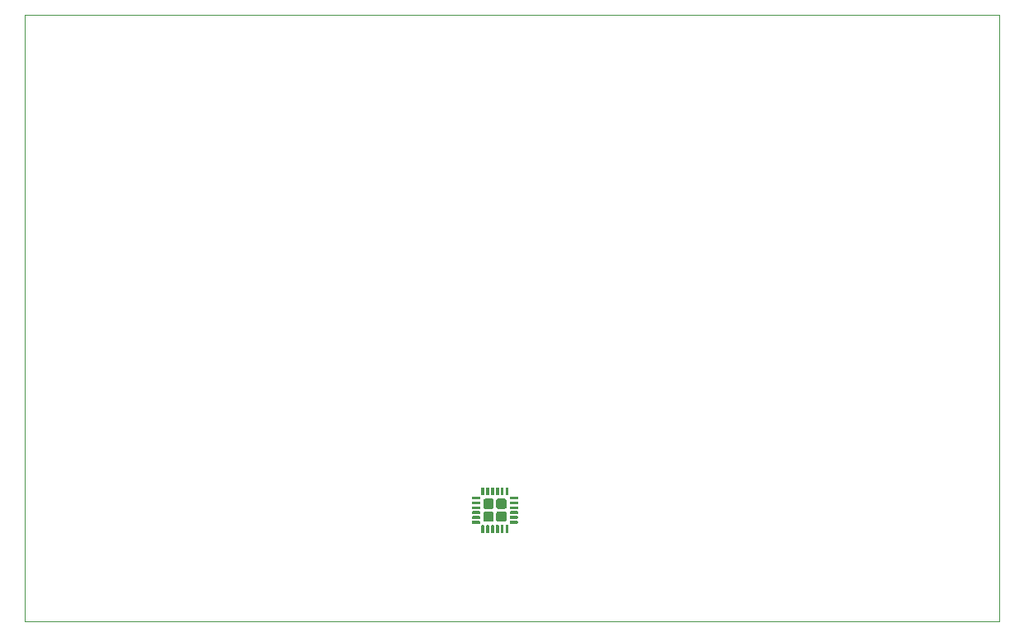
<source format=gbr>
%TF.GenerationSoftware,KiCad,Pcbnew,5.1.3-ffb9f22~84~ubuntu16.04.1*%
%TF.CreationDate,2019-07-26T23:51:29+02:00*%
%TF.ProjectId,Raspberry-I2C-LCD-and-Keypad,52617370-6265-4727-9279-2d4932432d4c,rev?*%
%TF.SameCoordinates,Original*%
%TF.FileFunction,Paste,Bot*%
%TF.FilePolarity,Positive*%
%FSLAX46Y46*%
G04 Gerber Fmt 4.6, Leading zero omitted, Abs format (unit mm)*
G04 Created by KiCad (PCBNEW 5.1.3-ffb9f22~84~ubuntu16.04.1) date 2019-07-26 23:51:29*
%MOMM*%
%LPD*%
G04 APERTURE LIST*
%ADD10C,0.050000*%
%ADD11C,0.100000*%
%ADD12C,0.300000*%
%ADD13C,1.070000*%
G04 APERTURE END LIST*
D10*
X191439800Y-69850000D02*
X91440000Y-69850000D01*
X191439800Y-132080000D02*
X191439800Y-69850000D01*
X91440000Y-132080000D02*
X191439800Y-132080000D01*
X91440000Y-69850000D02*
X91440000Y-132080000D01*
D11*
G36*
X141982351Y-121750361D02*
G01*
X141989632Y-121751441D01*
X141996771Y-121753229D01*
X142003701Y-121755709D01*
X142010355Y-121758856D01*
X142016668Y-121762640D01*
X142022579Y-121767024D01*
X142028033Y-121771967D01*
X142032976Y-121777421D01*
X142037360Y-121783332D01*
X142041144Y-121789645D01*
X142044291Y-121796299D01*
X142046771Y-121803229D01*
X142048559Y-121810368D01*
X142049639Y-121817649D01*
X142050000Y-121825000D01*
X142050000Y-121975000D01*
X142049639Y-121982351D01*
X142048559Y-121989632D01*
X142046771Y-121996771D01*
X142044291Y-122003701D01*
X142041144Y-122010355D01*
X142037360Y-122016668D01*
X142032976Y-122022579D01*
X142028033Y-122028033D01*
X142022579Y-122032976D01*
X142016668Y-122037360D01*
X142010355Y-122041144D01*
X142003701Y-122044291D01*
X141996771Y-122046771D01*
X141989632Y-122048559D01*
X141982351Y-122049639D01*
X141975000Y-122050000D01*
X141300000Y-122050000D01*
X141292649Y-122049639D01*
X141285368Y-122048559D01*
X141278229Y-122046771D01*
X141271299Y-122044291D01*
X141264645Y-122041144D01*
X141258332Y-122037360D01*
X141252421Y-122032976D01*
X141246967Y-122028033D01*
X141242024Y-122022579D01*
X141237640Y-122016668D01*
X141233856Y-122010355D01*
X141230709Y-122003701D01*
X141228229Y-121996771D01*
X141226441Y-121989632D01*
X141225361Y-121982351D01*
X141225000Y-121975000D01*
X141225000Y-121825000D01*
X141225361Y-121817649D01*
X141226441Y-121810368D01*
X141228229Y-121803229D01*
X141230709Y-121796299D01*
X141233856Y-121789645D01*
X141237640Y-121783332D01*
X141242024Y-121777421D01*
X141246967Y-121771967D01*
X141252421Y-121767024D01*
X141258332Y-121762640D01*
X141264645Y-121758856D01*
X141271299Y-121755709D01*
X141278229Y-121753229D01*
X141285368Y-121751441D01*
X141292649Y-121750361D01*
X141300000Y-121750000D01*
X141975000Y-121750000D01*
X141982351Y-121750361D01*
X141982351Y-121750361D01*
G37*
D12*
X141637500Y-121900000D03*
D11*
G36*
X141982351Y-121250361D02*
G01*
X141989632Y-121251441D01*
X141996771Y-121253229D01*
X142003701Y-121255709D01*
X142010355Y-121258856D01*
X142016668Y-121262640D01*
X142022579Y-121267024D01*
X142028033Y-121271967D01*
X142032976Y-121277421D01*
X142037360Y-121283332D01*
X142041144Y-121289645D01*
X142044291Y-121296299D01*
X142046771Y-121303229D01*
X142048559Y-121310368D01*
X142049639Y-121317649D01*
X142050000Y-121325000D01*
X142050000Y-121475000D01*
X142049639Y-121482351D01*
X142048559Y-121489632D01*
X142046771Y-121496771D01*
X142044291Y-121503701D01*
X142041144Y-121510355D01*
X142037360Y-121516668D01*
X142032976Y-121522579D01*
X142028033Y-121528033D01*
X142022579Y-121532976D01*
X142016668Y-121537360D01*
X142010355Y-121541144D01*
X142003701Y-121544291D01*
X141996771Y-121546771D01*
X141989632Y-121548559D01*
X141982351Y-121549639D01*
X141975000Y-121550000D01*
X141300000Y-121550000D01*
X141292649Y-121549639D01*
X141285368Y-121548559D01*
X141278229Y-121546771D01*
X141271299Y-121544291D01*
X141264645Y-121541144D01*
X141258332Y-121537360D01*
X141252421Y-121532976D01*
X141246967Y-121528033D01*
X141242024Y-121522579D01*
X141237640Y-121516668D01*
X141233856Y-121510355D01*
X141230709Y-121503701D01*
X141228229Y-121496771D01*
X141226441Y-121489632D01*
X141225361Y-121482351D01*
X141225000Y-121475000D01*
X141225000Y-121325000D01*
X141225361Y-121317649D01*
X141226441Y-121310368D01*
X141228229Y-121303229D01*
X141230709Y-121296299D01*
X141233856Y-121289645D01*
X141237640Y-121283332D01*
X141242024Y-121277421D01*
X141246967Y-121271967D01*
X141252421Y-121267024D01*
X141258332Y-121262640D01*
X141264645Y-121258856D01*
X141271299Y-121255709D01*
X141278229Y-121253229D01*
X141285368Y-121251441D01*
X141292649Y-121250361D01*
X141300000Y-121250000D01*
X141975000Y-121250000D01*
X141982351Y-121250361D01*
X141982351Y-121250361D01*
G37*
D12*
X141637500Y-121400000D03*
D11*
G36*
X141982351Y-120750361D02*
G01*
X141989632Y-120751441D01*
X141996771Y-120753229D01*
X142003701Y-120755709D01*
X142010355Y-120758856D01*
X142016668Y-120762640D01*
X142022579Y-120767024D01*
X142028033Y-120771967D01*
X142032976Y-120777421D01*
X142037360Y-120783332D01*
X142041144Y-120789645D01*
X142044291Y-120796299D01*
X142046771Y-120803229D01*
X142048559Y-120810368D01*
X142049639Y-120817649D01*
X142050000Y-120825000D01*
X142050000Y-120975000D01*
X142049639Y-120982351D01*
X142048559Y-120989632D01*
X142046771Y-120996771D01*
X142044291Y-121003701D01*
X142041144Y-121010355D01*
X142037360Y-121016668D01*
X142032976Y-121022579D01*
X142028033Y-121028033D01*
X142022579Y-121032976D01*
X142016668Y-121037360D01*
X142010355Y-121041144D01*
X142003701Y-121044291D01*
X141996771Y-121046771D01*
X141989632Y-121048559D01*
X141982351Y-121049639D01*
X141975000Y-121050000D01*
X141300000Y-121050000D01*
X141292649Y-121049639D01*
X141285368Y-121048559D01*
X141278229Y-121046771D01*
X141271299Y-121044291D01*
X141264645Y-121041144D01*
X141258332Y-121037360D01*
X141252421Y-121032976D01*
X141246967Y-121028033D01*
X141242024Y-121022579D01*
X141237640Y-121016668D01*
X141233856Y-121010355D01*
X141230709Y-121003701D01*
X141228229Y-120996771D01*
X141226441Y-120989632D01*
X141225361Y-120982351D01*
X141225000Y-120975000D01*
X141225000Y-120825000D01*
X141225361Y-120817649D01*
X141226441Y-120810368D01*
X141228229Y-120803229D01*
X141230709Y-120796299D01*
X141233856Y-120789645D01*
X141237640Y-120783332D01*
X141242024Y-120777421D01*
X141246967Y-120771967D01*
X141252421Y-120767024D01*
X141258332Y-120762640D01*
X141264645Y-120758856D01*
X141271299Y-120755709D01*
X141278229Y-120753229D01*
X141285368Y-120751441D01*
X141292649Y-120750361D01*
X141300000Y-120750000D01*
X141975000Y-120750000D01*
X141982351Y-120750361D01*
X141982351Y-120750361D01*
G37*
D12*
X141637500Y-120900000D03*
D11*
G36*
X141982351Y-120250361D02*
G01*
X141989632Y-120251441D01*
X141996771Y-120253229D01*
X142003701Y-120255709D01*
X142010355Y-120258856D01*
X142016668Y-120262640D01*
X142022579Y-120267024D01*
X142028033Y-120271967D01*
X142032976Y-120277421D01*
X142037360Y-120283332D01*
X142041144Y-120289645D01*
X142044291Y-120296299D01*
X142046771Y-120303229D01*
X142048559Y-120310368D01*
X142049639Y-120317649D01*
X142050000Y-120325000D01*
X142050000Y-120475000D01*
X142049639Y-120482351D01*
X142048559Y-120489632D01*
X142046771Y-120496771D01*
X142044291Y-120503701D01*
X142041144Y-120510355D01*
X142037360Y-120516668D01*
X142032976Y-120522579D01*
X142028033Y-120528033D01*
X142022579Y-120532976D01*
X142016668Y-120537360D01*
X142010355Y-120541144D01*
X142003701Y-120544291D01*
X141996771Y-120546771D01*
X141989632Y-120548559D01*
X141982351Y-120549639D01*
X141975000Y-120550000D01*
X141300000Y-120550000D01*
X141292649Y-120549639D01*
X141285368Y-120548559D01*
X141278229Y-120546771D01*
X141271299Y-120544291D01*
X141264645Y-120541144D01*
X141258332Y-120537360D01*
X141252421Y-120532976D01*
X141246967Y-120528033D01*
X141242024Y-120522579D01*
X141237640Y-120516668D01*
X141233856Y-120510355D01*
X141230709Y-120503701D01*
X141228229Y-120496771D01*
X141226441Y-120489632D01*
X141225361Y-120482351D01*
X141225000Y-120475000D01*
X141225000Y-120325000D01*
X141225361Y-120317649D01*
X141226441Y-120310368D01*
X141228229Y-120303229D01*
X141230709Y-120296299D01*
X141233856Y-120289645D01*
X141237640Y-120283332D01*
X141242024Y-120277421D01*
X141246967Y-120271967D01*
X141252421Y-120267024D01*
X141258332Y-120262640D01*
X141264645Y-120258856D01*
X141271299Y-120255709D01*
X141278229Y-120253229D01*
X141285368Y-120251441D01*
X141292649Y-120250361D01*
X141300000Y-120250000D01*
X141975000Y-120250000D01*
X141982351Y-120250361D01*
X141982351Y-120250361D01*
G37*
D12*
X141637500Y-120400000D03*
D11*
G36*
X141982351Y-119750361D02*
G01*
X141989632Y-119751441D01*
X141996771Y-119753229D01*
X142003701Y-119755709D01*
X142010355Y-119758856D01*
X142016668Y-119762640D01*
X142022579Y-119767024D01*
X142028033Y-119771967D01*
X142032976Y-119777421D01*
X142037360Y-119783332D01*
X142041144Y-119789645D01*
X142044291Y-119796299D01*
X142046771Y-119803229D01*
X142048559Y-119810368D01*
X142049639Y-119817649D01*
X142050000Y-119825000D01*
X142050000Y-119975000D01*
X142049639Y-119982351D01*
X142048559Y-119989632D01*
X142046771Y-119996771D01*
X142044291Y-120003701D01*
X142041144Y-120010355D01*
X142037360Y-120016668D01*
X142032976Y-120022579D01*
X142028033Y-120028033D01*
X142022579Y-120032976D01*
X142016668Y-120037360D01*
X142010355Y-120041144D01*
X142003701Y-120044291D01*
X141996771Y-120046771D01*
X141989632Y-120048559D01*
X141982351Y-120049639D01*
X141975000Y-120050000D01*
X141300000Y-120050000D01*
X141292649Y-120049639D01*
X141285368Y-120048559D01*
X141278229Y-120046771D01*
X141271299Y-120044291D01*
X141264645Y-120041144D01*
X141258332Y-120037360D01*
X141252421Y-120032976D01*
X141246967Y-120028033D01*
X141242024Y-120022579D01*
X141237640Y-120016668D01*
X141233856Y-120010355D01*
X141230709Y-120003701D01*
X141228229Y-119996771D01*
X141226441Y-119989632D01*
X141225361Y-119982351D01*
X141225000Y-119975000D01*
X141225000Y-119825000D01*
X141225361Y-119817649D01*
X141226441Y-119810368D01*
X141228229Y-119803229D01*
X141230709Y-119796299D01*
X141233856Y-119789645D01*
X141237640Y-119783332D01*
X141242024Y-119777421D01*
X141246967Y-119771967D01*
X141252421Y-119767024D01*
X141258332Y-119762640D01*
X141264645Y-119758856D01*
X141271299Y-119755709D01*
X141278229Y-119753229D01*
X141285368Y-119751441D01*
X141292649Y-119750361D01*
X141300000Y-119750000D01*
X141975000Y-119750000D01*
X141982351Y-119750361D01*
X141982351Y-119750361D01*
G37*
D12*
X141637500Y-119900000D03*
D11*
G36*
X141982351Y-119250361D02*
G01*
X141989632Y-119251441D01*
X141996771Y-119253229D01*
X142003701Y-119255709D01*
X142010355Y-119258856D01*
X142016668Y-119262640D01*
X142022579Y-119267024D01*
X142028033Y-119271967D01*
X142032976Y-119277421D01*
X142037360Y-119283332D01*
X142041144Y-119289645D01*
X142044291Y-119296299D01*
X142046771Y-119303229D01*
X142048559Y-119310368D01*
X142049639Y-119317649D01*
X142050000Y-119325000D01*
X142050000Y-119475000D01*
X142049639Y-119482351D01*
X142048559Y-119489632D01*
X142046771Y-119496771D01*
X142044291Y-119503701D01*
X142041144Y-119510355D01*
X142037360Y-119516668D01*
X142032976Y-119522579D01*
X142028033Y-119528033D01*
X142022579Y-119532976D01*
X142016668Y-119537360D01*
X142010355Y-119541144D01*
X142003701Y-119544291D01*
X141996771Y-119546771D01*
X141989632Y-119548559D01*
X141982351Y-119549639D01*
X141975000Y-119550000D01*
X141300000Y-119550000D01*
X141292649Y-119549639D01*
X141285368Y-119548559D01*
X141278229Y-119546771D01*
X141271299Y-119544291D01*
X141264645Y-119541144D01*
X141258332Y-119537360D01*
X141252421Y-119532976D01*
X141246967Y-119528033D01*
X141242024Y-119522579D01*
X141237640Y-119516668D01*
X141233856Y-119510355D01*
X141230709Y-119503701D01*
X141228229Y-119496771D01*
X141226441Y-119489632D01*
X141225361Y-119482351D01*
X141225000Y-119475000D01*
X141225000Y-119325000D01*
X141225361Y-119317649D01*
X141226441Y-119310368D01*
X141228229Y-119303229D01*
X141230709Y-119296299D01*
X141233856Y-119289645D01*
X141237640Y-119283332D01*
X141242024Y-119277421D01*
X141246967Y-119271967D01*
X141252421Y-119267024D01*
X141258332Y-119262640D01*
X141264645Y-119258856D01*
X141271299Y-119255709D01*
X141278229Y-119253229D01*
X141285368Y-119251441D01*
X141292649Y-119250361D01*
X141300000Y-119250000D01*
X141975000Y-119250000D01*
X141982351Y-119250361D01*
X141982351Y-119250361D01*
G37*
D12*
X141637500Y-119400000D03*
D11*
G36*
X141032351Y-118300361D02*
G01*
X141039632Y-118301441D01*
X141046771Y-118303229D01*
X141053701Y-118305709D01*
X141060355Y-118308856D01*
X141066668Y-118312640D01*
X141072579Y-118317024D01*
X141078033Y-118321967D01*
X141082976Y-118327421D01*
X141087360Y-118333332D01*
X141091144Y-118339645D01*
X141094291Y-118346299D01*
X141096771Y-118353229D01*
X141098559Y-118360368D01*
X141099639Y-118367649D01*
X141100000Y-118375000D01*
X141100000Y-119050000D01*
X141099639Y-119057351D01*
X141098559Y-119064632D01*
X141096771Y-119071771D01*
X141094291Y-119078701D01*
X141091144Y-119085355D01*
X141087360Y-119091668D01*
X141082976Y-119097579D01*
X141078033Y-119103033D01*
X141072579Y-119107976D01*
X141066668Y-119112360D01*
X141060355Y-119116144D01*
X141053701Y-119119291D01*
X141046771Y-119121771D01*
X141039632Y-119123559D01*
X141032351Y-119124639D01*
X141025000Y-119125000D01*
X140875000Y-119125000D01*
X140867649Y-119124639D01*
X140860368Y-119123559D01*
X140853229Y-119121771D01*
X140846299Y-119119291D01*
X140839645Y-119116144D01*
X140833332Y-119112360D01*
X140827421Y-119107976D01*
X140821967Y-119103033D01*
X140817024Y-119097579D01*
X140812640Y-119091668D01*
X140808856Y-119085355D01*
X140805709Y-119078701D01*
X140803229Y-119071771D01*
X140801441Y-119064632D01*
X140800361Y-119057351D01*
X140800000Y-119050000D01*
X140800000Y-118375000D01*
X140800361Y-118367649D01*
X140801441Y-118360368D01*
X140803229Y-118353229D01*
X140805709Y-118346299D01*
X140808856Y-118339645D01*
X140812640Y-118333332D01*
X140817024Y-118327421D01*
X140821967Y-118321967D01*
X140827421Y-118317024D01*
X140833332Y-118312640D01*
X140839645Y-118308856D01*
X140846299Y-118305709D01*
X140853229Y-118303229D01*
X140860368Y-118301441D01*
X140867649Y-118300361D01*
X140875000Y-118300000D01*
X141025000Y-118300000D01*
X141032351Y-118300361D01*
X141032351Y-118300361D01*
G37*
D12*
X140950000Y-118712500D03*
D11*
G36*
X140532351Y-118300361D02*
G01*
X140539632Y-118301441D01*
X140546771Y-118303229D01*
X140553701Y-118305709D01*
X140560355Y-118308856D01*
X140566668Y-118312640D01*
X140572579Y-118317024D01*
X140578033Y-118321967D01*
X140582976Y-118327421D01*
X140587360Y-118333332D01*
X140591144Y-118339645D01*
X140594291Y-118346299D01*
X140596771Y-118353229D01*
X140598559Y-118360368D01*
X140599639Y-118367649D01*
X140600000Y-118375000D01*
X140600000Y-119050000D01*
X140599639Y-119057351D01*
X140598559Y-119064632D01*
X140596771Y-119071771D01*
X140594291Y-119078701D01*
X140591144Y-119085355D01*
X140587360Y-119091668D01*
X140582976Y-119097579D01*
X140578033Y-119103033D01*
X140572579Y-119107976D01*
X140566668Y-119112360D01*
X140560355Y-119116144D01*
X140553701Y-119119291D01*
X140546771Y-119121771D01*
X140539632Y-119123559D01*
X140532351Y-119124639D01*
X140525000Y-119125000D01*
X140375000Y-119125000D01*
X140367649Y-119124639D01*
X140360368Y-119123559D01*
X140353229Y-119121771D01*
X140346299Y-119119291D01*
X140339645Y-119116144D01*
X140333332Y-119112360D01*
X140327421Y-119107976D01*
X140321967Y-119103033D01*
X140317024Y-119097579D01*
X140312640Y-119091668D01*
X140308856Y-119085355D01*
X140305709Y-119078701D01*
X140303229Y-119071771D01*
X140301441Y-119064632D01*
X140300361Y-119057351D01*
X140300000Y-119050000D01*
X140300000Y-118375000D01*
X140300361Y-118367649D01*
X140301441Y-118360368D01*
X140303229Y-118353229D01*
X140305709Y-118346299D01*
X140308856Y-118339645D01*
X140312640Y-118333332D01*
X140317024Y-118327421D01*
X140321967Y-118321967D01*
X140327421Y-118317024D01*
X140333332Y-118312640D01*
X140339645Y-118308856D01*
X140346299Y-118305709D01*
X140353229Y-118303229D01*
X140360368Y-118301441D01*
X140367649Y-118300361D01*
X140375000Y-118300000D01*
X140525000Y-118300000D01*
X140532351Y-118300361D01*
X140532351Y-118300361D01*
G37*
D12*
X140450000Y-118712500D03*
D11*
G36*
X140032351Y-118300361D02*
G01*
X140039632Y-118301441D01*
X140046771Y-118303229D01*
X140053701Y-118305709D01*
X140060355Y-118308856D01*
X140066668Y-118312640D01*
X140072579Y-118317024D01*
X140078033Y-118321967D01*
X140082976Y-118327421D01*
X140087360Y-118333332D01*
X140091144Y-118339645D01*
X140094291Y-118346299D01*
X140096771Y-118353229D01*
X140098559Y-118360368D01*
X140099639Y-118367649D01*
X140100000Y-118375000D01*
X140100000Y-119050000D01*
X140099639Y-119057351D01*
X140098559Y-119064632D01*
X140096771Y-119071771D01*
X140094291Y-119078701D01*
X140091144Y-119085355D01*
X140087360Y-119091668D01*
X140082976Y-119097579D01*
X140078033Y-119103033D01*
X140072579Y-119107976D01*
X140066668Y-119112360D01*
X140060355Y-119116144D01*
X140053701Y-119119291D01*
X140046771Y-119121771D01*
X140039632Y-119123559D01*
X140032351Y-119124639D01*
X140025000Y-119125000D01*
X139875000Y-119125000D01*
X139867649Y-119124639D01*
X139860368Y-119123559D01*
X139853229Y-119121771D01*
X139846299Y-119119291D01*
X139839645Y-119116144D01*
X139833332Y-119112360D01*
X139827421Y-119107976D01*
X139821967Y-119103033D01*
X139817024Y-119097579D01*
X139812640Y-119091668D01*
X139808856Y-119085355D01*
X139805709Y-119078701D01*
X139803229Y-119071771D01*
X139801441Y-119064632D01*
X139800361Y-119057351D01*
X139800000Y-119050000D01*
X139800000Y-118375000D01*
X139800361Y-118367649D01*
X139801441Y-118360368D01*
X139803229Y-118353229D01*
X139805709Y-118346299D01*
X139808856Y-118339645D01*
X139812640Y-118333332D01*
X139817024Y-118327421D01*
X139821967Y-118321967D01*
X139827421Y-118317024D01*
X139833332Y-118312640D01*
X139839645Y-118308856D01*
X139846299Y-118305709D01*
X139853229Y-118303229D01*
X139860368Y-118301441D01*
X139867649Y-118300361D01*
X139875000Y-118300000D01*
X140025000Y-118300000D01*
X140032351Y-118300361D01*
X140032351Y-118300361D01*
G37*
D12*
X139950000Y-118712500D03*
D11*
G36*
X139532351Y-118300361D02*
G01*
X139539632Y-118301441D01*
X139546771Y-118303229D01*
X139553701Y-118305709D01*
X139560355Y-118308856D01*
X139566668Y-118312640D01*
X139572579Y-118317024D01*
X139578033Y-118321967D01*
X139582976Y-118327421D01*
X139587360Y-118333332D01*
X139591144Y-118339645D01*
X139594291Y-118346299D01*
X139596771Y-118353229D01*
X139598559Y-118360368D01*
X139599639Y-118367649D01*
X139600000Y-118375000D01*
X139600000Y-119050000D01*
X139599639Y-119057351D01*
X139598559Y-119064632D01*
X139596771Y-119071771D01*
X139594291Y-119078701D01*
X139591144Y-119085355D01*
X139587360Y-119091668D01*
X139582976Y-119097579D01*
X139578033Y-119103033D01*
X139572579Y-119107976D01*
X139566668Y-119112360D01*
X139560355Y-119116144D01*
X139553701Y-119119291D01*
X139546771Y-119121771D01*
X139539632Y-119123559D01*
X139532351Y-119124639D01*
X139525000Y-119125000D01*
X139375000Y-119125000D01*
X139367649Y-119124639D01*
X139360368Y-119123559D01*
X139353229Y-119121771D01*
X139346299Y-119119291D01*
X139339645Y-119116144D01*
X139333332Y-119112360D01*
X139327421Y-119107976D01*
X139321967Y-119103033D01*
X139317024Y-119097579D01*
X139312640Y-119091668D01*
X139308856Y-119085355D01*
X139305709Y-119078701D01*
X139303229Y-119071771D01*
X139301441Y-119064632D01*
X139300361Y-119057351D01*
X139300000Y-119050000D01*
X139300000Y-118375000D01*
X139300361Y-118367649D01*
X139301441Y-118360368D01*
X139303229Y-118353229D01*
X139305709Y-118346299D01*
X139308856Y-118339645D01*
X139312640Y-118333332D01*
X139317024Y-118327421D01*
X139321967Y-118321967D01*
X139327421Y-118317024D01*
X139333332Y-118312640D01*
X139339645Y-118308856D01*
X139346299Y-118305709D01*
X139353229Y-118303229D01*
X139360368Y-118301441D01*
X139367649Y-118300361D01*
X139375000Y-118300000D01*
X139525000Y-118300000D01*
X139532351Y-118300361D01*
X139532351Y-118300361D01*
G37*
D12*
X139450000Y-118712500D03*
D11*
G36*
X139032351Y-118300361D02*
G01*
X139039632Y-118301441D01*
X139046771Y-118303229D01*
X139053701Y-118305709D01*
X139060355Y-118308856D01*
X139066668Y-118312640D01*
X139072579Y-118317024D01*
X139078033Y-118321967D01*
X139082976Y-118327421D01*
X139087360Y-118333332D01*
X139091144Y-118339645D01*
X139094291Y-118346299D01*
X139096771Y-118353229D01*
X139098559Y-118360368D01*
X139099639Y-118367649D01*
X139100000Y-118375000D01*
X139100000Y-119050000D01*
X139099639Y-119057351D01*
X139098559Y-119064632D01*
X139096771Y-119071771D01*
X139094291Y-119078701D01*
X139091144Y-119085355D01*
X139087360Y-119091668D01*
X139082976Y-119097579D01*
X139078033Y-119103033D01*
X139072579Y-119107976D01*
X139066668Y-119112360D01*
X139060355Y-119116144D01*
X139053701Y-119119291D01*
X139046771Y-119121771D01*
X139039632Y-119123559D01*
X139032351Y-119124639D01*
X139025000Y-119125000D01*
X138875000Y-119125000D01*
X138867649Y-119124639D01*
X138860368Y-119123559D01*
X138853229Y-119121771D01*
X138846299Y-119119291D01*
X138839645Y-119116144D01*
X138833332Y-119112360D01*
X138827421Y-119107976D01*
X138821967Y-119103033D01*
X138817024Y-119097579D01*
X138812640Y-119091668D01*
X138808856Y-119085355D01*
X138805709Y-119078701D01*
X138803229Y-119071771D01*
X138801441Y-119064632D01*
X138800361Y-119057351D01*
X138800000Y-119050000D01*
X138800000Y-118375000D01*
X138800361Y-118367649D01*
X138801441Y-118360368D01*
X138803229Y-118353229D01*
X138805709Y-118346299D01*
X138808856Y-118339645D01*
X138812640Y-118333332D01*
X138817024Y-118327421D01*
X138821967Y-118321967D01*
X138827421Y-118317024D01*
X138833332Y-118312640D01*
X138839645Y-118308856D01*
X138846299Y-118305709D01*
X138853229Y-118303229D01*
X138860368Y-118301441D01*
X138867649Y-118300361D01*
X138875000Y-118300000D01*
X139025000Y-118300000D01*
X139032351Y-118300361D01*
X139032351Y-118300361D01*
G37*
D12*
X138950000Y-118712500D03*
D11*
G36*
X138532351Y-118300361D02*
G01*
X138539632Y-118301441D01*
X138546771Y-118303229D01*
X138553701Y-118305709D01*
X138560355Y-118308856D01*
X138566668Y-118312640D01*
X138572579Y-118317024D01*
X138578033Y-118321967D01*
X138582976Y-118327421D01*
X138587360Y-118333332D01*
X138591144Y-118339645D01*
X138594291Y-118346299D01*
X138596771Y-118353229D01*
X138598559Y-118360368D01*
X138599639Y-118367649D01*
X138600000Y-118375000D01*
X138600000Y-119050000D01*
X138599639Y-119057351D01*
X138598559Y-119064632D01*
X138596771Y-119071771D01*
X138594291Y-119078701D01*
X138591144Y-119085355D01*
X138587360Y-119091668D01*
X138582976Y-119097579D01*
X138578033Y-119103033D01*
X138572579Y-119107976D01*
X138566668Y-119112360D01*
X138560355Y-119116144D01*
X138553701Y-119119291D01*
X138546771Y-119121771D01*
X138539632Y-119123559D01*
X138532351Y-119124639D01*
X138525000Y-119125000D01*
X138375000Y-119125000D01*
X138367649Y-119124639D01*
X138360368Y-119123559D01*
X138353229Y-119121771D01*
X138346299Y-119119291D01*
X138339645Y-119116144D01*
X138333332Y-119112360D01*
X138327421Y-119107976D01*
X138321967Y-119103033D01*
X138317024Y-119097579D01*
X138312640Y-119091668D01*
X138308856Y-119085355D01*
X138305709Y-119078701D01*
X138303229Y-119071771D01*
X138301441Y-119064632D01*
X138300361Y-119057351D01*
X138300000Y-119050000D01*
X138300000Y-118375000D01*
X138300361Y-118367649D01*
X138301441Y-118360368D01*
X138303229Y-118353229D01*
X138305709Y-118346299D01*
X138308856Y-118339645D01*
X138312640Y-118333332D01*
X138317024Y-118327421D01*
X138321967Y-118321967D01*
X138327421Y-118317024D01*
X138333332Y-118312640D01*
X138339645Y-118308856D01*
X138346299Y-118305709D01*
X138353229Y-118303229D01*
X138360368Y-118301441D01*
X138367649Y-118300361D01*
X138375000Y-118300000D01*
X138525000Y-118300000D01*
X138532351Y-118300361D01*
X138532351Y-118300361D01*
G37*
D12*
X138450000Y-118712500D03*
D11*
G36*
X138107351Y-119250361D02*
G01*
X138114632Y-119251441D01*
X138121771Y-119253229D01*
X138128701Y-119255709D01*
X138135355Y-119258856D01*
X138141668Y-119262640D01*
X138147579Y-119267024D01*
X138153033Y-119271967D01*
X138157976Y-119277421D01*
X138162360Y-119283332D01*
X138166144Y-119289645D01*
X138169291Y-119296299D01*
X138171771Y-119303229D01*
X138173559Y-119310368D01*
X138174639Y-119317649D01*
X138175000Y-119325000D01*
X138175000Y-119475000D01*
X138174639Y-119482351D01*
X138173559Y-119489632D01*
X138171771Y-119496771D01*
X138169291Y-119503701D01*
X138166144Y-119510355D01*
X138162360Y-119516668D01*
X138157976Y-119522579D01*
X138153033Y-119528033D01*
X138147579Y-119532976D01*
X138141668Y-119537360D01*
X138135355Y-119541144D01*
X138128701Y-119544291D01*
X138121771Y-119546771D01*
X138114632Y-119548559D01*
X138107351Y-119549639D01*
X138100000Y-119550000D01*
X137425000Y-119550000D01*
X137417649Y-119549639D01*
X137410368Y-119548559D01*
X137403229Y-119546771D01*
X137396299Y-119544291D01*
X137389645Y-119541144D01*
X137383332Y-119537360D01*
X137377421Y-119532976D01*
X137371967Y-119528033D01*
X137367024Y-119522579D01*
X137362640Y-119516668D01*
X137358856Y-119510355D01*
X137355709Y-119503701D01*
X137353229Y-119496771D01*
X137351441Y-119489632D01*
X137350361Y-119482351D01*
X137350000Y-119475000D01*
X137350000Y-119325000D01*
X137350361Y-119317649D01*
X137351441Y-119310368D01*
X137353229Y-119303229D01*
X137355709Y-119296299D01*
X137358856Y-119289645D01*
X137362640Y-119283332D01*
X137367024Y-119277421D01*
X137371967Y-119271967D01*
X137377421Y-119267024D01*
X137383332Y-119262640D01*
X137389645Y-119258856D01*
X137396299Y-119255709D01*
X137403229Y-119253229D01*
X137410368Y-119251441D01*
X137417649Y-119250361D01*
X137425000Y-119250000D01*
X138100000Y-119250000D01*
X138107351Y-119250361D01*
X138107351Y-119250361D01*
G37*
D12*
X137762500Y-119400000D03*
D11*
G36*
X138107351Y-119750361D02*
G01*
X138114632Y-119751441D01*
X138121771Y-119753229D01*
X138128701Y-119755709D01*
X138135355Y-119758856D01*
X138141668Y-119762640D01*
X138147579Y-119767024D01*
X138153033Y-119771967D01*
X138157976Y-119777421D01*
X138162360Y-119783332D01*
X138166144Y-119789645D01*
X138169291Y-119796299D01*
X138171771Y-119803229D01*
X138173559Y-119810368D01*
X138174639Y-119817649D01*
X138175000Y-119825000D01*
X138175000Y-119975000D01*
X138174639Y-119982351D01*
X138173559Y-119989632D01*
X138171771Y-119996771D01*
X138169291Y-120003701D01*
X138166144Y-120010355D01*
X138162360Y-120016668D01*
X138157976Y-120022579D01*
X138153033Y-120028033D01*
X138147579Y-120032976D01*
X138141668Y-120037360D01*
X138135355Y-120041144D01*
X138128701Y-120044291D01*
X138121771Y-120046771D01*
X138114632Y-120048559D01*
X138107351Y-120049639D01*
X138100000Y-120050000D01*
X137425000Y-120050000D01*
X137417649Y-120049639D01*
X137410368Y-120048559D01*
X137403229Y-120046771D01*
X137396299Y-120044291D01*
X137389645Y-120041144D01*
X137383332Y-120037360D01*
X137377421Y-120032976D01*
X137371967Y-120028033D01*
X137367024Y-120022579D01*
X137362640Y-120016668D01*
X137358856Y-120010355D01*
X137355709Y-120003701D01*
X137353229Y-119996771D01*
X137351441Y-119989632D01*
X137350361Y-119982351D01*
X137350000Y-119975000D01*
X137350000Y-119825000D01*
X137350361Y-119817649D01*
X137351441Y-119810368D01*
X137353229Y-119803229D01*
X137355709Y-119796299D01*
X137358856Y-119789645D01*
X137362640Y-119783332D01*
X137367024Y-119777421D01*
X137371967Y-119771967D01*
X137377421Y-119767024D01*
X137383332Y-119762640D01*
X137389645Y-119758856D01*
X137396299Y-119755709D01*
X137403229Y-119753229D01*
X137410368Y-119751441D01*
X137417649Y-119750361D01*
X137425000Y-119750000D01*
X138100000Y-119750000D01*
X138107351Y-119750361D01*
X138107351Y-119750361D01*
G37*
D12*
X137762500Y-119900000D03*
D11*
G36*
X138107351Y-120250361D02*
G01*
X138114632Y-120251441D01*
X138121771Y-120253229D01*
X138128701Y-120255709D01*
X138135355Y-120258856D01*
X138141668Y-120262640D01*
X138147579Y-120267024D01*
X138153033Y-120271967D01*
X138157976Y-120277421D01*
X138162360Y-120283332D01*
X138166144Y-120289645D01*
X138169291Y-120296299D01*
X138171771Y-120303229D01*
X138173559Y-120310368D01*
X138174639Y-120317649D01*
X138175000Y-120325000D01*
X138175000Y-120475000D01*
X138174639Y-120482351D01*
X138173559Y-120489632D01*
X138171771Y-120496771D01*
X138169291Y-120503701D01*
X138166144Y-120510355D01*
X138162360Y-120516668D01*
X138157976Y-120522579D01*
X138153033Y-120528033D01*
X138147579Y-120532976D01*
X138141668Y-120537360D01*
X138135355Y-120541144D01*
X138128701Y-120544291D01*
X138121771Y-120546771D01*
X138114632Y-120548559D01*
X138107351Y-120549639D01*
X138100000Y-120550000D01*
X137425000Y-120550000D01*
X137417649Y-120549639D01*
X137410368Y-120548559D01*
X137403229Y-120546771D01*
X137396299Y-120544291D01*
X137389645Y-120541144D01*
X137383332Y-120537360D01*
X137377421Y-120532976D01*
X137371967Y-120528033D01*
X137367024Y-120522579D01*
X137362640Y-120516668D01*
X137358856Y-120510355D01*
X137355709Y-120503701D01*
X137353229Y-120496771D01*
X137351441Y-120489632D01*
X137350361Y-120482351D01*
X137350000Y-120475000D01*
X137350000Y-120325000D01*
X137350361Y-120317649D01*
X137351441Y-120310368D01*
X137353229Y-120303229D01*
X137355709Y-120296299D01*
X137358856Y-120289645D01*
X137362640Y-120283332D01*
X137367024Y-120277421D01*
X137371967Y-120271967D01*
X137377421Y-120267024D01*
X137383332Y-120262640D01*
X137389645Y-120258856D01*
X137396299Y-120255709D01*
X137403229Y-120253229D01*
X137410368Y-120251441D01*
X137417649Y-120250361D01*
X137425000Y-120250000D01*
X138100000Y-120250000D01*
X138107351Y-120250361D01*
X138107351Y-120250361D01*
G37*
D12*
X137762500Y-120400000D03*
D11*
G36*
X138107351Y-120750361D02*
G01*
X138114632Y-120751441D01*
X138121771Y-120753229D01*
X138128701Y-120755709D01*
X138135355Y-120758856D01*
X138141668Y-120762640D01*
X138147579Y-120767024D01*
X138153033Y-120771967D01*
X138157976Y-120777421D01*
X138162360Y-120783332D01*
X138166144Y-120789645D01*
X138169291Y-120796299D01*
X138171771Y-120803229D01*
X138173559Y-120810368D01*
X138174639Y-120817649D01*
X138175000Y-120825000D01*
X138175000Y-120975000D01*
X138174639Y-120982351D01*
X138173559Y-120989632D01*
X138171771Y-120996771D01*
X138169291Y-121003701D01*
X138166144Y-121010355D01*
X138162360Y-121016668D01*
X138157976Y-121022579D01*
X138153033Y-121028033D01*
X138147579Y-121032976D01*
X138141668Y-121037360D01*
X138135355Y-121041144D01*
X138128701Y-121044291D01*
X138121771Y-121046771D01*
X138114632Y-121048559D01*
X138107351Y-121049639D01*
X138100000Y-121050000D01*
X137425000Y-121050000D01*
X137417649Y-121049639D01*
X137410368Y-121048559D01*
X137403229Y-121046771D01*
X137396299Y-121044291D01*
X137389645Y-121041144D01*
X137383332Y-121037360D01*
X137377421Y-121032976D01*
X137371967Y-121028033D01*
X137367024Y-121022579D01*
X137362640Y-121016668D01*
X137358856Y-121010355D01*
X137355709Y-121003701D01*
X137353229Y-120996771D01*
X137351441Y-120989632D01*
X137350361Y-120982351D01*
X137350000Y-120975000D01*
X137350000Y-120825000D01*
X137350361Y-120817649D01*
X137351441Y-120810368D01*
X137353229Y-120803229D01*
X137355709Y-120796299D01*
X137358856Y-120789645D01*
X137362640Y-120783332D01*
X137367024Y-120777421D01*
X137371967Y-120771967D01*
X137377421Y-120767024D01*
X137383332Y-120762640D01*
X137389645Y-120758856D01*
X137396299Y-120755709D01*
X137403229Y-120753229D01*
X137410368Y-120751441D01*
X137417649Y-120750361D01*
X137425000Y-120750000D01*
X138100000Y-120750000D01*
X138107351Y-120750361D01*
X138107351Y-120750361D01*
G37*
D12*
X137762500Y-120900000D03*
D11*
G36*
X138107351Y-121250361D02*
G01*
X138114632Y-121251441D01*
X138121771Y-121253229D01*
X138128701Y-121255709D01*
X138135355Y-121258856D01*
X138141668Y-121262640D01*
X138147579Y-121267024D01*
X138153033Y-121271967D01*
X138157976Y-121277421D01*
X138162360Y-121283332D01*
X138166144Y-121289645D01*
X138169291Y-121296299D01*
X138171771Y-121303229D01*
X138173559Y-121310368D01*
X138174639Y-121317649D01*
X138175000Y-121325000D01*
X138175000Y-121475000D01*
X138174639Y-121482351D01*
X138173559Y-121489632D01*
X138171771Y-121496771D01*
X138169291Y-121503701D01*
X138166144Y-121510355D01*
X138162360Y-121516668D01*
X138157976Y-121522579D01*
X138153033Y-121528033D01*
X138147579Y-121532976D01*
X138141668Y-121537360D01*
X138135355Y-121541144D01*
X138128701Y-121544291D01*
X138121771Y-121546771D01*
X138114632Y-121548559D01*
X138107351Y-121549639D01*
X138100000Y-121550000D01*
X137425000Y-121550000D01*
X137417649Y-121549639D01*
X137410368Y-121548559D01*
X137403229Y-121546771D01*
X137396299Y-121544291D01*
X137389645Y-121541144D01*
X137383332Y-121537360D01*
X137377421Y-121532976D01*
X137371967Y-121528033D01*
X137367024Y-121522579D01*
X137362640Y-121516668D01*
X137358856Y-121510355D01*
X137355709Y-121503701D01*
X137353229Y-121496771D01*
X137351441Y-121489632D01*
X137350361Y-121482351D01*
X137350000Y-121475000D01*
X137350000Y-121325000D01*
X137350361Y-121317649D01*
X137351441Y-121310368D01*
X137353229Y-121303229D01*
X137355709Y-121296299D01*
X137358856Y-121289645D01*
X137362640Y-121283332D01*
X137367024Y-121277421D01*
X137371967Y-121271967D01*
X137377421Y-121267024D01*
X137383332Y-121262640D01*
X137389645Y-121258856D01*
X137396299Y-121255709D01*
X137403229Y-121253229D01*
X137410368Y-121251441D01*
X137417649Y-121250361D01*
X137425000Y-121250000D01*
X138100000Y-121250000D01*
X138107351Y-121250361D01*
X138107351Y-121250361D01*
G37*
D12*
X137762500Y-121400000D03*
D11*
G36*
X138107351Y-121750361D02*
G01*
X138114632Y-121751441D01*
X138121771Y-121753229D01*
X138128701Y-121755709D01*
X138135355Y-121758856D01*
X138141668Y-121762640D01*
X138147579Y-121767024D01*
X138153033Y-121771967D01*
X138157976Y-121777421D01*
X138162360Y-121783332D01*
X138166144Y-121789645D01*
X138169291Y-121796299D01*
X138171771Y-121803229D01*
X138173559Y-121810368D01*
X138174639Y-121817649D01*
X138175000Y-121825000D01*
X138175000Y-121975000D01*
X138174639Y-121982351D01*
X138173559Y-121989632D01*
X138171771Y-121996771D01*
X138169291Y-122003701D01*
X138166144Y-122010355D01*
X138162360Y-122016668D01*
X138157976Y-122022579D01*
X138153033Y-122028033D01*
X138147579Y-122032976D01*
X138141668Y-122037360D01*
X138135355Y-122041144D01*
X138128701Y-122044291D01*
X138121771Y-122046771D01*
X138114632Y-122048559D01*
X138107351Y-122049639D01*
X138100000Y-122050000D01*
X137425000Y-122050000D01*
X137417649Y-122049639D01*
X137410368Y-122048559D01*
X137403229Y-122046771D01*
X137396299Y-122044291D01*
X137389645Y-122041144D01*
X137383332Y-122037360D01*
X137377421Y-122032976D01*
X137371967Y-122028033D01*
X137367024Y-122022579D01*
X137362640Y-122016668D01*
X137358856Y-122010355D01*
X137355709Y-122003701D01*
X137353229Y-121996771D01*
X137351441Y-121989632D01*
X137350361Y-121982351D01*
X137350000Y-121975000D01*
X137350000Y-121825000D01*
X137350361Y-121817649D01*
X137351441Y-121810368D01*
X137353229Y-121803229D01*
X137355709Y-121796299D01*
X137358856Y-121789645D01*
X137362640Y-121783332D01*
X137367024Y-121777421D01*
X137371967Y-121771967D01*
X137377421Y-121767024D01*
X137383332Y-121762640D01*
X137389645Y-121758856D01*
X137396299Y-121755709D01*
X137403229Y-121753229D01*
X137410368Y-121751441D01*
X137417649Y-121750361D01*
X137425000Y-121750000D01*
X138100000Y-121750000D01*
X138107351Y-121750361D01*
X138107351Y-121750361D01*
G37*
D12*
X137762500Y-121900000D03*
D11*
G36*
X138532351Y-122175361D02*
G01*
X138539632Y-122176441D01*
X138546771Y-122178229D01*
X138553701Y-122180709D01*
X138560355Y-122183856D01*
X138566668Y-122187640D01*
X138572579Y-122192024D01*
X138578033Y-122196967D01*
X138582976Y-122202421D01*
X138587360Y-122208332D01*
X138591144Y-122214645D01*
X138594291Y-122221299D01*
X138596771Y-122228229D01*
X138598559Y-122235368D01*
X138599639Y-122242649D01*
X138600000Y-122250000D01*
X138600000Y-122925000D01*
X138599639Y-122932351D01*
X138598559Y-122939632D01*
X138596771Y-122946771D01*
X138594291Y-122953701D01*
X138591144Y-122960355D01*
X138587360Y-122966668D01*
X138582976Y-122972579D01*
X138578033Y-122978033D01*
X138572579Y-122982976D01*
X138566668Y-122987360D01*
X138560355Y-122991144D01*
X138553701Y-122994291D01*
X138546771Y-122996771D01*
X138539632Y-122998559D01*
X138532351Y-122999639D01*
X138525000Y-123000000D01*
X138375000Y-123000000D01*
X138367649Y-122999639D01*
X138360368Y-122998559D01*
X138353229Y-122996771D01*
X138346299Y-122994291D01*
X138339645Y-122991144D01*
X138333332Y-122987360D01*
X138327421Y-122982976D01*
X138321967Y-122978033D01*
X138317024Y-122972579D01*
X138312640Y-122966668D01*
X138308856Y-122960355D01*
X138305709Y-122953701D01*
X138303229Y-122946771D01*
X138301441Y-122939632D01*
X138300361Y-122932351D01*
X138300000Y-122925000D01*
X138300000Y-122250000D01*
X138300361Y-122242649D01*
X138301441Y-122235368D01*
X138303229Y-122228229D01*
X138305709Y-122221299D01*
X138308856Y-122214645D01*
X138312640Y-122208332D01*
X138317024Y-122202421D01*
X138321967Y-122196967D01*
X138327421Y-122192024D01*
X138333332Y-122187640D01*
X138339645Y-122183856D01*
X138346299Y-122180709D01*
X138353229Y-122178229D01*
X138360368Y-122176441D01*
X138367649Y-122175361D01*
X138375000Y-122175000D01*
X138525000Y-122175000D01*
X138532351Y-122175361D01*
X138532351Y-122175361D01*
G37*
D12*
X138450000Y-122587500D03*
D11*
G36*
X139032351Y-122175361D02*
G01*
X139039632Y-122176441D01*
X139046771Y-122178229D01*
X139053701Y-122180709D01*
X139060355Y-122183856D01*
X139066668Y-122187640D01*
X139072579Y-122192024D01*
X139078033Y-122196967D01*
X139082976Y-122202421D01*
X139087360Y-122208332D01*
X139091144Y-122214645D01*
X139094291Y-122221299D01*
X139096771Y-122228229D01*
X139098559Y-122235368D01*
X139099639Y-122242649D01*
X139100000Y-122250000D01*
X139100000Y-122925000D01*
X139099639Y-122932351D01*
X139098559Y-122939632D01*
X139096771Y-122946771D01*
X139094291Y-122953701D01*
X139091144Y-122960355D01*
X139087360Y-122966668D01*
X139082976Y-122972579D01*
X139078033Y-122978033D01*
X139072579Y-122982976D01*
X139066668Y-122987360D01*
X139060355Y-122991144D01*
X139053701Y-122994291D01*
X139046771Y-122996771D01*
X139039632Y-122998559D01*
X139032351Y-122999639D01*
X139025000Y-123000000D01*
X138875000Y-123000000D01*
X138867649Y-122999639D01*
X138860368Y-122998559D01*
X138853229Y-122996771D01*
X138846299Y-122994291D01*
X138839645Y-122991144D01*
X138833332Y-122987360D01*
X138827421Y-122982976D01*
X138821967Y-122978033D01*
X138817024Y-122972579D01*
X138812640Y-122966668D01*
X138808856Y-122960355D01*
X138805709Y-122953701D01*
X138803229Y-122946771D01*
X138801441Y-122939632D01*
X138800361Y-122932351D01*
X138800000Y-122925000D01*
X138800000Y-122250000D01*
X138800361Y-122242649D01*
X138801441Y-122235368D01*
X138803229Y-122228229D01*
X138805709Y-122221299D01*
X138808856Y-122214645D01*
X138812640Y-122208332D01*
X138817024Y-122202421D01*
X138821967Y-122196967D01*
X138827421Y-122192024D01*
X138833332Y-122187640D01*
X138839645Y-122183856D01*
X138846299Y-122180709D01*
X138853229Y-122178229D01*
X138860368Y-122176441D01*
X138867649Y-122175361D01*
X138875000Y-122175000D01*
X139025000Y-122175000D01*
X139032351Y-122175361D01*
X139032351Y-122175361D01*
G37*
D12*
X138950000Y-122587500D03*
D11*
G36*
X139532351Y-122175361D02*
G01*
X139539632Y-122176441D01*
X139546771Y-122178229D01*
X139553701Y-122180709D01*
X139560355Y-122183856D01*
X139566668Y-122187640D01*
X139572579Y-122192024D01*
X139578033Y-122196967D01*
X139582976Y-122202421D01*
X139587360Y-122208332D01*
X139591144Y-122214645D01*
X139594291Y-122221299D01*
X139596771Y-122228229D01*
X139598559Y-122235368D01*
X139599639Y-122242649D01*
X139600000Y-122250000D01*
X139600000Y-122925000D01*
X139599639Y-122932351D01*
X139598559Y-122939632D01*
X139596771Y-122946771D01*
X139594291Y-122953701D01*
X139591144Y-122960355D01*
X139587360Y-122966668D01*
X139582976Y-122972579D01*
X139578033Y-122978033D01*
X139572579Y-122982976D01*
X139566668Y-122987360D01*
X139560355Y-122991144D01*
X139553701Y-122994291D01*
X139546771Y-122996771D01*
X139539632Y-122998559D01*
X139532351Y-122999639D01*
X139525000Y-123000000D01*
X139375000Y-123000000D01*
X139367649Y-122999639D01*
X139360368Y-122998559D01*
X139353229Y-122996771D01*
X139346299Y-122994291D01*
X139339645Y-122991144D01*
X139333332Y-122987360D01*
X139327421Y-122982976D01*
X139321967Y-122978033D01*
X139317024Y-122972579D01*
X139312640Y-122966668D01*
X139308856Y-122960355D01*
X139305709Y-122953701D01*
X139303229Y-122946771D01*
X139301441Y-122939632D01*
X139300361Y-122932351D01*
X139300000Y-122925000D01*
X139300000Y-122250000D01*
X139300361Y-122242649D01*
X139301441Y-122235368D01*
X139303229Y-122228229D01*
X139305709Y-122221299D01*
X139308856Y-122214645D01*
X139312640Y-122208332D01*
X139317024Y-122202421D01*
X139321967Y-122196967D01*
X139327421Y-122192024D01*
X139333332Y-122187640D01*
X139339645Y-122183856D01*
X139346299Y-122180709D01*
X139353229Y-122178229D01*
X139360368Y-122176441D01*
X139367649Y-122175361D01*
X139375000Y-122175000D01*
X139525000Y-122175000D01*
X139532351Y-122175361D01*
X139532351Y-122175361D01*
G37*
D12*
X139450000Y-122587500D03*
D11*
G36*
X140032351Y-122175361D02*
G01*
X140039632Y-122176441D01*
X140046771Y-122178229D01*
X140053701Y-122180709D01*
X140060355Y-122183856D01*
X140066668Y-122187640D01*
X140072579Y-122192024D01*
X140078033Y-122196967D01*
X140082976Y-122202421D01*
X140087360Y-122208332D01*
X140091144Y-122214645D01*
X140094291Y-122221299D01*
X140096771Y-122228229D01*
X140098559Y-122235368D01*
X140099639Y-122242649D01*
X140100000Y-122250000D01*
X140100000Y-122925000D01*
X140099639Y-122932351D01*
X140098559Y-122939632D01*
X140096771Y-122946771D01*
X140094291Y-122953701D01*
X140091144Y-122960355D01*
X140087360Y-122966668D01*
X140082976Y-122972579D01*
X140078033Y-122978033D01*
X140072579Y-122982976D01*
X140066668Y-122987360D01*
X140060355Y-122991144D01*
X140053701Y-122994291D01*
X140046771Y-122996771D01*
X140039632Y-122998559D01*
X140032351Y-122999639D01*
X140025000Y-123000000D01*
X139875000Y-123000000D01*
X139867649Y-122999639D01*
X139860368Y-122998559D01*
X139853229Y-122996771D01*
X139846299Y-122994291D01*
X139839645Y-122991144D01*
X139833332Y-122987360D01*
X139827421Y-122982976D01*
X139821967Y-122978033D01*
X139817024Y-122972579D01*
X139812640Y-122966668D01*
X139808856Y-122960355D01*
X139805709Y-122953701D01*
X139803229Y-122946771D01*
X139801441Y-122939632D01*
X139800361Y-122932351D01*
X139800000Y-122925000D01*
X139800000Y-122250000D01*
X139800361Y-122242649D01*
X139801441Y-122235368D01*
X139803229Y-122228229D01*
X139805709Y-122221299D01*
X139808856Y-122214645D01*
X139812640Y-122208332D01*
X139817024Y-122202421D01*
X139821967Y-122196967D01*
X139827421Y-122192024D01*
X139833332Y-122187640D01*
X139839645Y-122183856D01*
X139846299Y-122180709D01*
X139853229Y-122178229D01*
X139860368Y-122176441D01*
X139867649Y-122175361D01*
X139875000Y-122175000D01*
X140025000Y-122175000D01*
X140032351Y-122175361D01*
X140032351Y-122175361D01*
G37*
D12*
X139950000Y-122587500D03*
D11*
G36*
X140532351Y-122175361D02*
G01*
X140539632Y-122176441D01*
X140546771Y-122178229D01*
X140553701Y-122180709D01*
X140560355Y-122183856D01*
X140566668Y-122187640D01*
X140572579Y-122192024D01*
X140578033Y-122196967D01*
X140582976Y-122202421D01*
X140587360Y-122208332D01*
X140591144Y-122214645D01*
X140594291Y-122221299D01*
X140596771Y-122228229D01*
X140598559Y-122235368D01*
X140599639Y-122242649D01*
X140600000Y-122250000D01*
X140600000Y-122925000D01*
X140599639Y-122932351D01*
X140598559Y-122939632D01*
X140596771Y-122946771D01*
X140594291Y-122953701D01*
X140591144Y-122960355D01*
X140587360Y-122966668D01*
X140582976Y-122972579D01*
X140578033Y-122978033D01*
X140572579Y-122982976D01*
X140566668Y-122987360D01*
X140560355Y-122991144D01*
X140553701Y-122994291D01*
X140546771Y-122996771D01*
X140539632Y-122998559D01*
X140532351Y-122999639D01*
X140525000Y-123000000D01*
X140375000Y-123000000D01*
X140367649Y-122999639D01*
X140360368Y-122998559D01*
X140353229Y-122996771D01*
X140346299Y-122994291D01*
X140339645Y-122991144D01*
X140333332Y-122987360D01*
X140327421Y-122982976D01*
X140321967Y-122978033D01*
X140317024Y-122972579D01*
X140312640Y-122966668D01*
X140308856Y-122960355D01*
X140305709Y-122953701D01*
X140303229Y-122946771D01*
X140301441Y-122939632D01*
X140300361Y-122932351D01*
X140300000Y-122925000D01*
X140300000Y-122250000D01*
X140300361Y-122242649D01*
X140301441Y-122235368D01*
X140303229Y-122228229D01*
X140305709Y-122221299D01*
X140308856Y-122214645D01*
X140312640Y-122208332D01*
X140317024Y-122202421D01*
X140321967Y-122196967D01*
X140327421Y-122192024D01*
X140333332Y-122187640D01*
X140339645Y-122183856D01*
X140346299Y-122180709D01*
X140353229Y-122178229D01*
X140360368Y-122176441D01*
X140367649Y-122175361D01*
X140375000Y-122175000D01*
X140525000Y-122175000D01*
X140532351Y-122175361D01*
X140532351Y-122175361D01*
G37*
D12*
X140450000Y-122587500D03*
D11*
G36*
X141032351Y-122175361D02*
G01*
X141039632Y-122176441D01*
X141046771Y-122178229D01*
X141053701Y-122180709D01*
X141060355Y-122183856D01*
X141066668Y-122187640D01*
X141072579Y-122192024D01*
X141078033Y-122196967D01*
X141082976Y-122202421D01*
X141087360Y-122208332D01*
X141091144Y-122214645D01*
X141094291Y-122221299D01*
X141096771Y-122228229D01*
X141098559Y-122235368D01*
X141099639Y-122242649D01*
X141100000Y-122250000D01*
X141100000Y-122925000D01*
X141099639Y-122932351D01*
X141098559Y-122939632D01*
X141096771Y-122946771D01*
X141094291Y-122953701D01*
X141091144Y-122960355D01*
X141087360Y-122966668D01*
X141082976Y-122972579D01*
X141078033Y-122978033D01*
X141072579Y-122982976D01*
X141066668Y-122987360D01*
X141060355Y-122991144D01*
X141053701Y-122994291D01*
X141046771Y-122996771D01*
X141039632Y-122998559D01*
X141032351Y-122999639D01*
X141025000Y-123000000D01*
X140875000Y-123000000D01*
X140867649Y-122999639D01*
X140860368Y-122998559D01*
X140853229Y-122996771D01*
X140846299Y-122994291D01*
X140839645Y-122991144D01*
X140833332Y-122987360D01*
X140827421Y-122982976D01*
X140821967Y-122978033D01*
X140817024Y-122972579D01*
X140812640Y-122966668D01*
X140808856Y-122960355D01*
X140805709Y-122953701D01*
X140803229Y-122946771D01*
X140801441Y-122939632D01*
X140800361Y-122932351D01*
X140800000Y-122925000D01*
X140800000Y-122250000D01*
X140800361Y-122242649D01*
X140801441Y-122235368D01*
X140803229Y-122228229D01*
X140805709Y-122221299D01*
X140808856Y-122214645D01*
X140812640Y-122208332D01*
X140817024Y-122202421D01*
X140821967Y-122196967D01*
X140827421Y-122192024D01*
X140833332Y-122187640D01*
X140839645Y-122183856D01*
X140846299Y-122180709D01*
X140853229Y-122178229D01*
X140860368Y-122176441D01*
X140867649Y-122175361D01*
X140875000Y-122175000D01*
X141025000Y-122175000D01*
X141032351Y-122175361D01*
X141032351Y-122175361D01*
G37*
D12*
X140950000Y-122587500D03*
D11*
G36*
X139349504Y-119456204D02*
G01*
X139373773Y-119459804D01*
X139397571Y-119465765D01*
X139420671Y-119474030D01*
X139442849Y-119484520D01*
X139463893Y-119497133D01*
X139483598Y-119511747D01*
X139501777Y-119528223D01*
X139518253Y-119546402D01*
X139532867Y-119566107D01*
X139545480Y-119587151D01*
X139555970Y-119609329D01*
X139564235Y-119632429D01*
X139570196Y-119656227D01*
X139573796Y-119680496D01*
X139575000Y-119705000D01*
X139575000Y-120275000D01*
X139573796Y-120299504D01*
X139570196Y-120323773D01*
X139564235Y-120347571D01*
X139555970Y-120370671D01*
X139545480Y-120392849D01*
X139532867Y-120413893D01*
X139518253Y-120433598D01*
X139501777Y-120451777D01*
X139483598Y-120468253D01*
X139463893Y-120482867D01*
X139442849Y-120495480D01*
X139420671Y-120505970D01*
X139397571Y-120514235D01*
X139373773Y-120520196D01*
X139349504Y-120523796D01*
X139325000Y-120525000D01*
X138755000Y-120525000D01*
X138730496Y-120523796D01*
X138706227Y-120520196D01*
X138682429Y-120514235D01*
X138659329Y-120505970D01*
X138637151Y-120495480D01*
X138616107Y-120482867D01*
X138596402Y-120468253D01*
X138578223Y-120451777D01*
X138561747Y-120433598D01*
X138547133Y-120413893D01*
X138534520Y-120392849D01*
X138524030Y-120370671D01*
X138515765Y-120347571D01*
X138509804Y-120323773D01*
X138506204Y-120299504D01*
X138505000Y-120275000D01*
X138505000Y-119705000D01*
X138506204Y-119680496D01*
X138509804Y-119656227D01*
X138515765Y-119632429D01*
X138524030Y-119609329D01*
X138534520Y-119587151D01*
X138547133Y-119566107D01*
X138561747Y-119546402D01*
X138578223Y-119528223D01*
X138596402Y-119511747D01*
X138616107Y-119497133D01*
X138637151Y-119484520D01*
X138659329Y-119474030D01*
X138682429Y-119465765D01*
X138706227Y-119459804D01*
X138730496Y-119456204D01*
X138755000Y-119455000D01*
X139325000Y-119455000D01*
X139349504Y-119456204D01*
X139349504Y-119456204D01*
G37*
D13*
X139040000Y-119990000D03*
D11*
G36*
X140669504Y-119456204D02*
G01*
X140693773Y-119459804D01*
X140717571Y-119465765D01*
X140740671Y-119474030D01*
X140762849Y-119484520D01*
X140783893Y-119497133D01*
X140803598Y-119511747D01*
X140821777Y-119528223D01*
X140838253Y-119546402D01*
X140852867Y-119566107D01*
X140865480Y-119587151D01*
X140875970Y-119609329D01*
X140884235Y-119632429D01*
X140890196Y-119656227D01*
X140893796Y-119680496D01*
X140895000Y-119705000D01*
X140895000Y-120275000D01*
X140893796Y-120299504D01*
X140890196Y-120323773D01*
X140884235Y-120347571D01*
X140875970Y-120370671D01*
X140865480Y-120392849D01*
X140852867Y-120413893D01*
X140838253Y-120433598D01*
X140821777Y-120451777D01*
X140803598Y-120468253D01*
X140783893Y-120482867D01*
X140762849Y-120495480D01*
X140740671Y-120505970D01*
X140717571Y-120514235D01*
X140693773Y-120520196D01*
X140669504Y-120523796D01*
X140645000Y-120525000D01*
X140075000Y-120525000D01*
X140050496Y-120523796D01*
X140026227Y-120520196D01*
X140002429Y-120514235D01*
X139979329Y-120505970D01*
X139957151Y-120495480D01*
X139936107Y-120482867D01*
X139916402Y-120468253D01*
X139898223Y-120451777D01*
X139881747Y-120433598D01*
X139867133Y-120413893D01*
X139854520Y-120392849D01*
X139844030Y-120370671D01*
X139835765Y-120347571D01*
X139829804Y-120323773D01*
X139826204Y-120299504D01*
X139825000Y-120275000D01*
X139825000Y-119705000D01*
X139826204Y-119680496D01*
X139829804Y-119656227D01*
X139835765Y-119632429D01*
X139844030Y-119609329D01*
X139854520Y-119587151D01*
X139867133Y-119566107D01*
X139881747Y-119546402D01*
X139898223Y-119528223D01*
X139916402Y-119511747D01*
X139936107Y-119497133D01*
X139957151Y-119484520D01*
X139979329Y-119474030D01*
X140002429Y-119465765D01*
X140026227Y-119459804D01*
X140050496Y-119456204D01*
X140075000Y-119455000D01*
X140645000Y-119455000D01*
X140669504Y-119456204D01*
X140669504Y-119456204D01*
G37*
D13*
X140360000Y-119990000D03*
D11*
G36*
X139349504Y-120776204D02*
G01*
X139373773Y-120779804D01*
X139397571Y-120785765D01*
X139420671Y-120794030D01*
X139442849Y-120804520D01*
X139463893Y-120817133D01*
X139483598Y-120831747D01*
X139501777Y-120848223D01*
X139518253Y-120866402D01*
X139532867Y-120886107D01*
X139545480Y-120907151D01*
X139555970Y-120929329D01*
X139564235Y-120952429D01*
X139570196Y-120976227D01*
X139573796Y-121000496D01*
X139575000Y-121025000D01*
X139575000Y-121595000D01*
X139573796Y-121619504D01*
X139570196Y-121643773D01*
X139564235Y-121667571D01*
X139555970Y-121690671D01*
X139545480Y-121712849D01*
X139532867Y-121733893D01*
X139518253Y-121753598D01*
X139501777Y-121771777D01*
X139483598Y-121788253D01*
X139463893Y-121802867D01*
X139442849Y-121815480D01*
X139420671Y-121825970D01*
X139397571Y-121834235D01*
X139373773Y-121840196D01*
X139349504Y-121843796D01*
X139325000Y-121845000D01*
X138755000Y-121845000D01*
X138730496Y-121843796D01*
X138706227Y-121840196D01*
X138682429Y-121834235D01*
X138659329Y-121825970D01*
X138637151Y-121815480D01*
X138616107Y-121802867D01*
X138596402Y-121788253D01*
X138578223Y-121771777D01*
X138561747Y-121753598D01*
X138547133Y-121733893D01*
X138534520Y-121712849D01*
X138524030Y-121690671D01*
X138515765Y-121667571D01*
X138509804Y-121643773D01*
X138506204Y-121619504D01*
X138505000Y-121595000D01*
X138505000Y-121025000D01*
X138506204Y-121000496D01*
X138509804Y-120976227D01*
X138515765Y-120952429D01*
X138524030Y-120929329D01*
X138534520Y-120907151D01*
X138547133Y-120886107D01*
X138561747Y-120866402D01*
X138578223Y-120848223D01*
X138596402Y-120831747D01*
X138616107Y-120817133D01*
X138637151Y-120804520D01*
X138659329Y-120794030D01*
X138682429Y-120785765D01*
X138706227Y-120779804D01*
X138730496Y-120776204D01*
X138755000Y-120775000D01*
X139325000Y-120775000D01*
X139349504Y-120776204D01*
X139349504Y-120776204D01*
G37*
D13*
X139040000Y-121310000D03*
D11*
G36*
X140669504Y-120776204D02*
G01*
X140693773Y-120779804D01*
X140717571Y-120785765D01*
X140740671Y-120794030D01*
X140762849Y-120804520D01*
X140783893Y-120817133D01*
X140803598Y-120831747D01*
X140821777Y-120848223D01*
X140838253Y-120866402D01*
X140852867Y-120886107D01*
X140865480Y-120907151D01*
X140875970Y-120929329D01*
X140884235Y-120952429D01*
X140890196Y-120976227D01*
X140893796Y-121000496D01*
X140895000Y-121025000D01*
X140895000Y-121595000D01*
X140893796Y-121619504D01*
X140890196Y-121643773D01*
X140884235Y-121667571D01*
X140875970Y-121690671D01*
X140865480Y-121712849D01*
X140852867Y-121733893D01*
X140838253Y-121753598D01*
X140821777Y-121771777D01*
X140803598Y-121788253D01*
X140783893Y-121802867D01*
X140762849Y-121815480D01*
X140740671Y-121825970D01*
X140717571Y-121834235D01*
X140693773Y-121840196D01*
X140669504Y-121843796D01*
X140645000Y-121845000D01*
X140075000Y-121845000D01*
X140050496Y-121843796D01*
X140026227Y-121840196D01*
X140002429Y-121834235D01*
X139979329Y-121825970D01*
X139957151Y-121815480D01*
X139936107Y-121802867D01*
X139916402Y-121788253D01*
X139898223Y-121771777D01*
X139881747Y-121753598D01*
X139867133Y-121733893D01*
X139854520Y-121712849D01*
X139844030Y-121690671D01*
X139835765Y-121667571D01*
X139829804Y-121643773D01*
X139826204Y-121619504D01*
X139825000Y-121595000D01*
X139825000Y-121025000D01*
X139826204Y-121000496D01*
X139829804Y-120976227D01*
X139835765Y-120952429D01*
X139844030Y-120929329D01*
X139854520Y-120907151D01*
X139867133Y-120886107D01*
X139881747Y-120866402D01*
X139898223Y-120848223D01*
X139916402Y-120831747D01*
X139936107Y-120817133D01*
X139957151Y-120804520D01*
X139979329Y-120794030D01*
X140002429Y-120785765D01*
X140026227Y-120779804D01*
X140050496Y-120776204D01*
X140075000Y-120775000D01*
X140645000Y-120775000D01*
X140669504Y-120776204D01*
X140669504Y-120776204D01*
G37*
D13*
X140360000Y-121310000D03*
M02*

</source>
